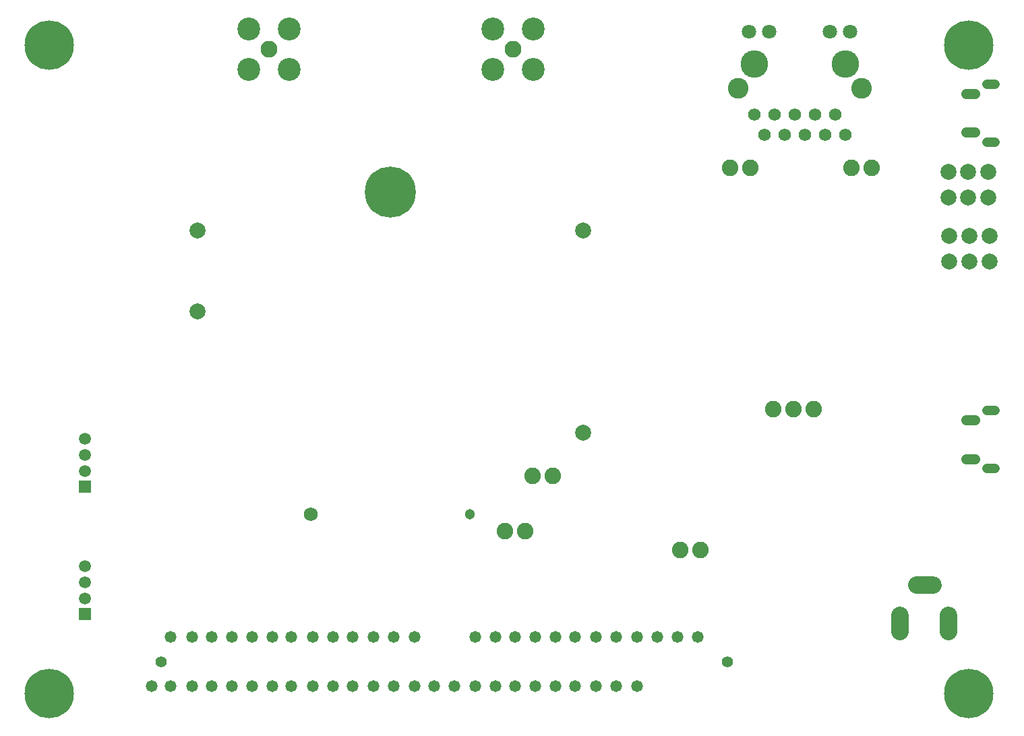
<source format=gbs>
G75*
%MOIN*%
%OFA0B0*%
%FSLAX25Y25*%
%IPPOS*%
%LPD*%
%AMOC8*
5,1,8,0,0,1.08239X$1,22.5*
%
%ADD10C,0.05131*%
%ADD11C,0.06902*%
%ADD12C,0.07099*%
%ADD13C,0.10249*%
%ADD14C,0.06146*%
%ADD15C,0.13595*%
%ADD16C,0.07887*%
%ADD17C,0.05162*%
%ADD18C,0.04769*%
%ADD19C,0.08300*%
%ADD20C,0.11300*%
%ADD21C,0.08200*%
%ADD22C,0.08674*%
%ADD23C,0.05524*%
%ADD24R,0.05950X0.05950*%
%ADD25C,0.05950*%
%ADD26C,0.25209*%
%ADD27C,0.05800*%
%ADD28C,0.24422*%
D10*
X0226866Y0106664D03*
D11*
X0148126Y0106664D03*
D12*
X0364898Y0345443D03*
X0374898Y0345443D03*
X0404702Y0345443D03*
X0414702Y0345443D03*
D13*
X0420312Y0317373D03*
X0359288Y0317373D03*
D14*
X0367300Y0304420D03*
X0377300Y0304420D03*
X0387300Y0304420D03*
X0397300Y0304420D03*
X0407300Y0304420D03*
X0402300Y0294420D03*
X0392300Y0294420D03*
X0382300Y0294420D03*
X0372300Y0294420D03*
X0412300Y0294420D03*
D15*
X0412300Y0329380D03*
X0367300Y0329380D03*
D16*
X0463411Y0275886D03*
X0473254Y0275886D03*
X0483096Y0275886D03*
X0483096Y0263288D03*
X0473254Y0263288D03*
X0463411Y0263288D03*
X0463926Y0244236D03*
X0473769Y0244236D03*
X0483611Y0244236D03*
X0483611Y0231637D03*
X0473769Y0231637D03*
X0463926Y0231637D03*
X0282824Y0247176D03*
X0282824Y0147176D03*
X0091945Y0207176D03*
X0091945Y0247176D03*
D17*
X0471950Y0295584D02*
X0476312Y0295584D01*
X0476312Y0314679D02*
X0471950Y0314679D01*
X0471950Y0153262D02*
X0476312Y0153262D01*
X0476312Y0134167D02*
X0471950Y0134167D01*
D18*
X0482580Y0129443D02*
X0486548Y0129443D01*
X0486548Y0157986D02*
X0482580Y0157986D01*
X0482580Y0290860D02*
X0486548Y0290860D01*
X0486548Y0319403D02*
X0482580Y0319403D01*
D19*
X0248200Y0336821D03*
X0127400Y0336821D03*
D20*
X0117361Y0346860D03*
X0137439Y0346860D03*
X0137439Y0326782D03*
X0117361Y0326782D03*
X0238161Y0326782D03*
X0258239Y0326782D03*
X0258239Y0346860D03*
X0238161Y0346860D03*
D21*
X0355367Y0278185D03*
X0365367Y0278185D03*
X0415489Y0278185D03*
X0425489Y0278185D03*
X0396867Y0158685D03*
X0386867Y0158685D03*
X0376867Y0158685D03*
X0340911Y0089082D03*
X0330911Y0089082D03*
X0267611Y0125582D03*
X0257611Y0125582D03*
X0254111Y0098282D03*
X0244111Y0098282D03*
D22*
X0439495Y0056600D02*
X0439495Y0048726D01*
X0463511Y0048726D02*
X0463511Y0056600D01*
X0455637Y0071561D02*
X0447763Y0071561D01*
D23*
X0354268Y0033672D03*
X0074268Y0033672D03*
D24*
X0036433Y0057294D03*
X0036433Y0120286D03*
D25*
X0036433Y0128160D03*
X0036433Y0136034D03*
X0036433Y0143908D03*
X0036433Y0080916D03*
X0036433Y0073042D03*
X0036433Y0065168D03*
D26*
X0187421Y0265955D03*
D27*
X0189143Y0046147D03*
X0179083Y0046147D03*
X0168928Y0046147D03*
X0159013Y0046147D03*
X0149098Y0046147D03*
X0138583Y0046147D03*
X0129258Y0046147D03*
X0119153Y0046147D03*
X0109088Y0046147D03*
X0099223Y0046147D03*
X0089308Y0046147D03*
X0078633Y0046147D03*
X0078633Y0021578D03*
X0069448Y0021578D03*
X0089308Y0021578D03*
X0099223Y0021578D03*
X0109088Y0021578D03*
X0119153Y0021578D03*
X0129258Y0021578D03*
X0138583Y0021578D03*
X0149098Y0021578D03*
X0159013Y0021578D03*
X0168928Y0021578D03*
X0179083Y0021578D03*
X0189143Y0021578D03*
X0199321Y0021578D03*
X0209161Y0021578D03*
X0219213Y0021578D03*
X0229291Y0021578D03*
X0239306Y0021578D03*
X0249183Y0021578D03*
X0259136Y0021578D03*
X0269251Y0021578D03*
X0278938Y0021578D03*
X0289123Y0021578D03*
X0299208Y0021578D03*
X0309400Y0021578D03*
X0309400Y0046147D03*
X0319578Y0046147D03*
X0329463Y0046147D03*
X0339428Y0046147D03*
X0299208Y0046147D03*
X0289123Y0046147D03*
X0278938Y0046147D03*
X0269251Y0046147D03*
X0259136Y0046147D03*
X0249183Y0046147D03*
X0239306Y0046147D03*
X0229291Y0046147D03*
X0199321Y0046147D03*
D28*
X0018717Y0017924D03*
X0018717Y0338790D03*
X0473441Y0338790D03*
X0473441Y0017924D03*
M02*

</source>
